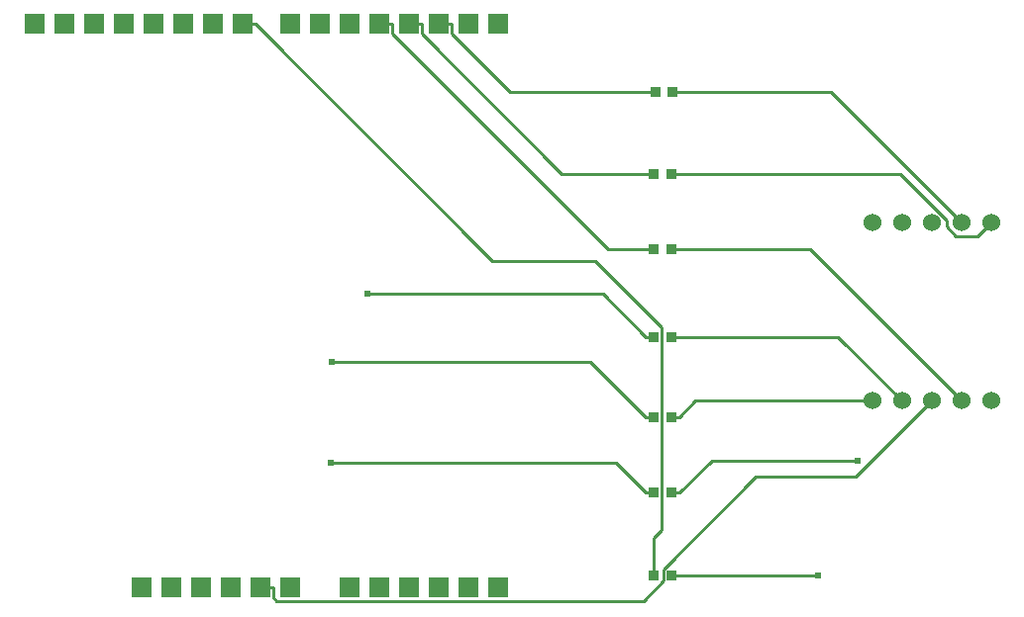
<source format=gtl>
G04 Layer: TopLayer*
G04 EasyEDA v6.5.46, 2025-06-25 09:17:09*
G04 c32a7bcbb03645a88eb5fb473b9f6d41,a0a929ee5348484eab1505e8ec72bbe5,10*
G04 Gerber Generator version 0.2*
G04 Scale: 100 percent, Rotated: No, Reflected: No *
G04 Dimensions in millimeters *
G04 leading zeros omitted , absolute positions ,4 integer and 5 decimal *
%FSLAX45Y45*%
%MOMM*%

%AMMACRO1*21,1,$1,$2,0,0,$3*%
%ADD10C,0.2540*%
%ADD11MACRO1,0.864X0.8065X90.0000*%
%ADD12C,1.5240*%
%ADD13R,1.6764X1.6764*%
%ADD14C,0.6096*%

%LPD*%
D10*
X11887200Y7480300D02*
G01*
X10769600Y8597900D01*
X9422536Y8597900D01*
X7416800Y9182100D02*
G01*
X7528585Y9182100D01*
X7528585Y9182100D02*
G01*
X7528585Y9098254D01*
X8028940Y8597900D01*
X9271863Y8597900D01*
X12141200Y7480300D02*
G01*
X12027890Y7366990D01*
X11841657Y7366990D01*
X11760200Y7448448D01*
X11760200Y7503083D01*
X11363883Y7899400D01*
X9409836Y7899400D01*
X7162800Y9182100D02*
G01*
X7274585Y9182100D01*
X7274585Y9182100D02*
G01*
X7274585Y9098254D01*
X8473440Y7899400D01*
X9259163Y7899400D01*
X11887200Y5956300D02*
G01*
X10591800Y7251700D01*
X9409836Y7251700D01*
X6908800Y9182100D02*
G01*
X7020585Y9182100D01*
X7020585Y9182100D02*
G01*
X7020585Y9098254D01*
X8867140Y7251700D01*
X9259163Y7251700D01*
X11379200Y5956300D02*
G01*
X10833100Y6502400D01*
X9409836Y6502400D01*
X9259163Y6502400D02*
G01*
X9190888Y6502400D01*
X6810908Y6870395D02*
G01*
X8822893Y6870395D01*
X9190888Y6502400D01*
X9409836Y5816600D02*
G01*
X9478111Y5816600D01*
X11125200Y5956300D02*
G01*
X9617811Y5956300D01*
X9478111Y5816600D01*
X9259163Y5816600D02*
G01*
X9190888Y5816600D01*
X6509029Y6287465D02*
G01*
X8720023Y6287465D01*
X9190888Y5816600D01*
X9409836Y5168900D02*
G01*
X9478111Y5168900D01*
X11004473Y5445785D02*
G01*
X9754997Y5445785D01*
X9478111Y5168900D01*
X9259163Y5168900D02*
G01*
X9190888Y5168900D01*
X6500571Y5425998D02*
G01*
X8933789Y5425998D01*
X9190888Y5168900D01*
X10664774Y4457700D02*
G01*
X9409836Y4457700D01*
X5740400Y9182100D02*
G01*
X5852185Y9182100D01*
X5852185Y9182100D02*
G01*
X7880375Y7153910D01*
X8757767Y7153910D01*
X9327591Y6584086D01*
X9327591Y4848174D01*
X9259163Y4779746D01*
X9259163Y4457700D01*
X5892800Y4356100D02*
G01*
X6004585Y4356100D01*
X6004585Y4356100D02*
G01*
X6004585Y4272254D01*
X6032652Y4244187D01*
X9170974Y4244187D01*
X9341434Y4414646D01*
X9341434Y4512538D01*
X10134091Y5305196D01*
X10982096Y5305196D01*
X11633200Y5956300D01*
D11*
G01*
X9422524Y8597900D03*
G01*
X9271875Y8597900D03*
G01*
X9409824Y7899400D03*
G01*
X9259175Y7899400D03*
G01*
X9409824Y7251700D03*
G01*
X9259175Y7251700D03*
G01*
X9409824Y6502400D03*
G01*
X9259175Y6502400D03*
G01*
X9409824Y5816600D03*
G01*
X9259175Y5816600D03*
G01*
X9409824Y5168900D03*
G01*
X9259175Y5168900D03*
G01*
X9409824Y4457700D03*
G01*
X9259175Y4457700D03*
D12*
G01*
X11125200Y5956300D03*
G01*
X11379200Y5956300D03*
G01*
X11633200Y5956300D03*
G01*
X11887200Y5956300D03*
G01*
X12141200Y5956300D03*
G01*
X12141200Y7480300D03*
G01*
X11887200Y7480300D03*
G01*
X11633200Y7480300D03*
G01*
X11379200Y7480300D03*
G01*
X11125200Y7480300D03*
D13*
G01*
X6908800Y9182100D03*
G01*
X6654800Y4356100D03*
G01*
X7162800Y9182100D03*
G01*
X7416800Y9182100D03*
G01*
X7670800Y9182100D03*
G01*
X7924800Y9182100D03*
G01*
X6654800Y9182100D03*
G01*
X6400800Y9182100D03*
G01*
X6146800Y9182100D03*
G01*
X5740400Y9182100D03*
G01*
X5486400Y9182100D03*
G01*
X5232400Y9182100D03*
G01*
X4978400Y9182100D03*
G01*
X4724400Y9182100D03*
G01*
X4470400Y9182100D03*
G01*
X4216400Y9182100D03*
G01*
X3962400Y9182100D03*
G01*
X6908800Y4356100D03*
G01*
X7162800Y4356100D03*
G01*
X7416800Y4356100D03*
G01*
X7670800Y4356100D03*
G01*
X7924800Y4356100D03*
G01*
X6146800Y4356100D03*
G01*
X5892800Y4356100D03*
G01*
X5638800Y4356100D03*
G01*
X5384800Y4356100D03*
G01*
X5130800Y4356100D03*
G01*
X4876800Y4356100D03*
D14*
G01*
X6810908Y6870395D03*
G01*
X6509029Y6287465D03*
G01*
X11004473Y5445785D03*
G01*
X6500571Y5425998D03*
G01*
X10664774Y4457700D03*
M02*

</source>
